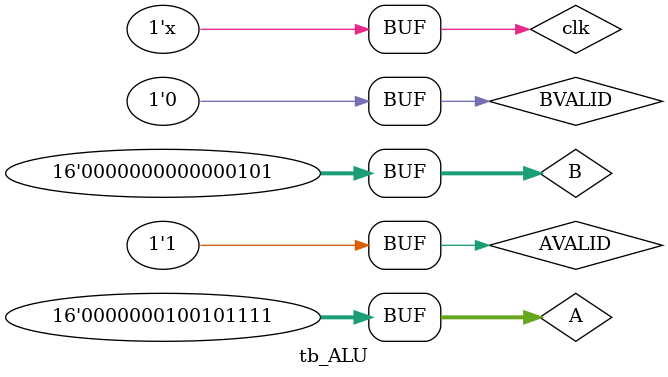
<source format=v>
`timescale 1ns / 1ps


module tb_ALU;

reg [15:0]A;
reg [15:0]B;
reg AVALID;
reg BVALID;
reg clk;

wire [15:0] S; //c_add_S;
wire [15:0] D; //c_sub_S;
wire [15:0] P; 
wire [15:0] AND_OUT; //and
wire [15:0] OR_OUT; //or
wire [15:0] XOR_OUT; //xor
wire [15:0] MOD_OUT; //mod
wire [31:0] Q;
wire QVALID;

ALU alu(.A(A),
    .AND_OUT(AND_OUT),
    .AVALID(AVALID),
    .B(B),
    .BVALID(BVALID),
    .D(D),
    .MOD_OUT(MOD_OUT),
    .OR_OUT(OR_OUT),
    .P(P),
    .Q(Q),
    .QVALID(QVALID),
    .S(S),
    .XOR_OUT(XOR_OUT),
    .clk(clk));

always #5 clk = (clk ^ 1'b1); 

initial begin
    

    clk = 0;
    #200
    AVALID = 1;
    BVALID = 0;    
    A = 16'b0000000001001111; // 5
    B = 16'b0000000000100101;  
    #20
    BVALID = 0;
    
   #200
    BVALID = 0; 
    #20   
    A = 16'b0000000000101101; // 5
    B = 16'b0000000000011001;  
    #20
    BVALID = 0;
    #200
    
    BVALID = 0; 
    #20   
    A = 16'b0000000100101111; // 5
    B = 16'b0000000000000101;  
    #20
    BVALID = 0;

    
    end


endmodule

</source>
